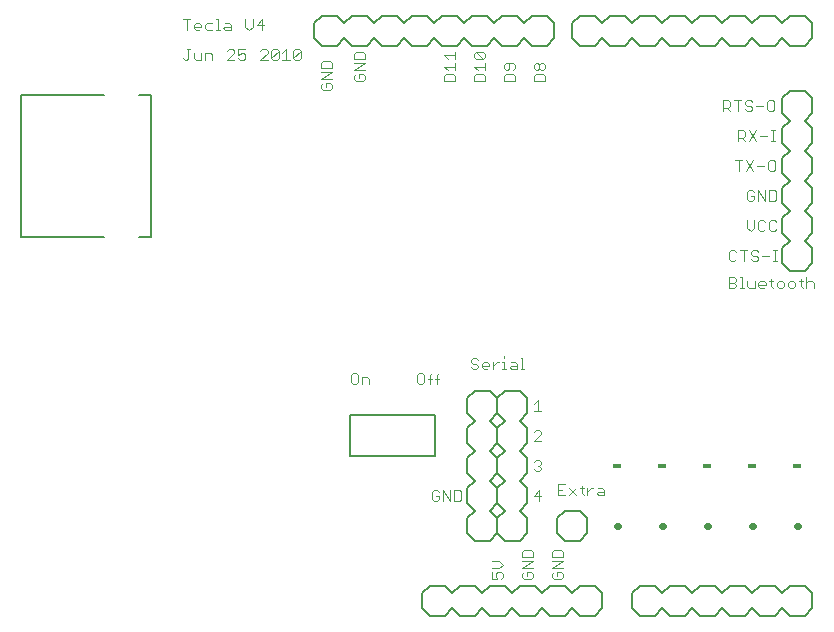
<source format=gto>
G75*
G70*
%OFA0B0*%
%FSLAX24Y24*%
%IPPOS*%
%LPD*%
%AMOC8*
5,1,8,0,0,1.08239X$1,22.5*
%
%ADD10C,0.0030*%
%ADD11C,0.0080*%
%ADD12C,0.0220*%
%ADD13R,0.0300X0.0180*%
D10*
X013814Y008966D02*
X013876Y008904D01*
X013999Y008904D01*
X014061Y008966D01*
X014061Y009213D01*
X013999Y009275D01*
X013876Y009275D01*
X013814Y009213D01*
X013814Y008966D01*
X014182Y008904D02*
X014182Y009151D01*
X014367Y009151D01*
X014429Y009089D01*
X014429Y008904D01*
X016014Y008966D02*
X016076Y008904D01*
X016199Y008904D01*
X016261Y008966D01*
X016261Y009213D01*
X016199Y009275D01*
X016076Y009275D01*
X016014Y009213D01*
X016014Y008966D01*
X016382Y009089D02*
X016506Y009089D01*
X016628Y009089D02*
X016751Y009089D01*
X016689Y009213D02*
X016689Y008904D01*
X016444Y008904D02*
X016444Y009213D01*
X016506Y009275D01*
X016689Y009213D02*
X016751Y009275D01*
X017814Y009466D02*
X017876Y009404D01*
X017999Y009404D01*
X018061Y009466D01*
X018061Y009528D01*
X017999Y009589D01*
X017876Y009589D01*
X017814Y009651D01*
X017814Y009713D01*
X017876Y009775D01*
X017999Y009775D01*
X018061Y009713D01*
X018182Y009589D02*
X018182Y009466D01*
X018244Y009404D01*
X018367Y009404D01*
X018429Y009528D02*
X018182Y009528D01*
X018182Y009589D02*
X018244Y009651D01*
X018367Y009651D01*
X018429Y009589D01*
X018429Y009528D01*
X018551Y009528D02*
X018674Y009651D01*
X018736Y009651D01*
X018857Y009651D02*
X018919Y009651D01*
X018919Y009404D01*
X018857Y009404D02*
X018981Y009404D01*
X019103Y009466D02*
X019165Y009528D01*
X019350Y009528D01*
X019350Y009589D02*
X019350Y009404D01*
X019165Y009404D01*
X019103Y009466D01*
X019165Y009651D02*
X019288Y009651D01*
X019350Y009589D01*
X019471Y009404D02*
X019595Y009404D01*
X019533Y009404D02*
X019533Y009775D01*
X019471Y009775D01*
X018919Y009775D02*
X018919Y009836D01*
X018551Y009651D02*
X018551Y009404D01*
X019914Y008251D02*
X020037Y008375D01*
X020037Y008004D01*
X019914Y008004D02*
X020161Y008004D01*
X020099Y007375D02*
X019976Y007375D01*
X019914Y007313D01*
X020099Y007375D02*
X020161Y007313D01*
X020161Y007251D01*
X019914Y007004D01*
X020161Y007004D01*
X020099Y006375D02*
X020161Y006313D01*
X020161Y006251D01*
X020099Y006189D01*
X020161Y006128D01*
X020161Y006066D01*
X020099Y006004D01*
X019976Y006004D01*
X019914Y006066D01*
X020037Y006189D02*
X020099Y006189D01*
X020099Y006375D02*
X019976Y006375D01*
X019914Y006313D01*
X020714Y005575D02*
X020714Y005204D01*
X020961Y005204D01*
X021082Y005204D02*
X021329Y005451D01*
X021451Y005451D02*
X021574Y005451D01*
X021512Y005513D02*
X021512Y005266D01*
X021574Y005204D01*
X021696Y005204D02*
X021696Y005451D01*
X021696Y005328D02*
X021819Y005451D01*
X021881Y005451D01*
X022065Y005451D02*
X022188Y005451D01*
X022250Y005389D01*
X022250Y005204D01*
X022065Y005204D01*
X022003Y005266D01*
X022065Y005328D01*
X022250Y005328D01*
X021329Y005204D02*
X021082Y005451D01*
X020961Y005575D02*
X020714Y005575D01*
X020714Y005389D02*
X020837Y005389D01*
X020161Y005189D02*
X019914Y005189D01*
X020099Y005375D01*
X020099Y005004D01*
X019822Y003388D02*
X019575Y003388D01*
X019514Y003326D01*
X019514Y003141D01*
X019884Y003141D01*
X019884Y003326D01*
X019822Y003388D01*
X019884Y003019D02*
X019514Y003019D01*
X019514Y002773D02*
X019884Y003019D01*
X019884Y002773D02*
X019514Y002773D01*
X019575Y002651D02*
X019514Y002589D01*
X019514Y002466D01*
X019575Y002404D01*
X019822Y002404D01*
X019884Y002466D01*
X019884Y002589D01*
X019822Y002651D01*
X019699Y002651D01*
X019699Y002528D01*
X020514Y002589D02*
X020514Y002466D01*
X020575Y002404D01*
X020822Y002404D01*
X020884Y002466D01*
X020884Y002589D01*
X020822Y002651D01*
X020699Y002651D01*
X020699Y002528D01*
X020575Y002651D02*
X020514Y002589D01*
X020514Y002773D02*
X020884Y003019D01*
X020514Y003019D01*
X020514Y003141D02*
X020514Y003326D01*
X020575Y003388D01*
X020822Y003388D01*
X020884Y003326D01*
X020884Y003141D01*
X020514Y003141D01*
X020514Y002773D02*
X020884Y002773D01*
X018884Y002896D02*
X018760Y002773D01*
X018514Y002773D01*
X018514Y002651D02*
X018514Y002404D01*
X018699Y002404D01*
X018637Y002528D01*
X018637Y002589D01*
X018699Y002651D01*
X018822Y002651D01*
X018884Y002589D01*
X018884Y002466D01*
X018822Y002404D01*
X018884Y002896D02*
X018760Y003019D01*
X018514Y003019D01*
X017436Y005004D02*
X017497Y005066D01*
X017497Y005313D01*
X017436Y005375D01*
X017251Y005375D01*
X017251Y005004D01*
X017436Y005004D01*
X017129Y005004D02*
X017129Y005375D01*
X016882Y005375D02*
X017129Y005004D01*
X016882Y005004D02*
X016882Y005375D01*
X016761Y005313D02*
X016699Y005375D01*
X016576Y005375D01*
X016514Y005313D01*
X016514Y005066D01*
X016576Y005004D01*
X016699Y005004D01*
X016761Y005066D01*
X016761Y005189D01*
X016637Y005189D01*
X026414Y012104D02*
X026414Y012475D01*
X026599Y012475D01*
X026661Y012413D01*
X026661Y012351D01*
X026599Y012289D01*
X026414Y012289D01*
X026414Y012104D02*
X026599Y012104D01*
X026661Y012166D01*
X026661Y012228D01*
X026599Y012289D01*
X026782Y012104D02*
X026906Y012104D01*
X026844Y012104D02*
X026844Y012475D01*
X026782Y012475D01*
X027028Y012351D02*
X027028Y012166D01*
X027089Y012104D01*
X027275Y012104D01*
X027275Y012351D01*
X027396Y012289D02*
X027458Y012351D01*
X027581Y012351D01*
X027643Y012289D01*
X027643Y012228D01*
X027396Y012228D01*
X027396Y012289D02*
X027396Y012166D01*
X027458Y012104D01*
X027581Y012104D01*
X027826Y012166D02*
X027888Y012104D01*
X027826Y012166D02*
X027826Y012413D01*
X027764Y012351D02*
X027888Y012351D01*
X028010Y012289D02*
X028010Y012166D01*
X028072Y012104D01*
X028195Y012104D01*
X028257Y012166D01*
X028257Y012289D01*
X028195Y012351D01*
X028072Y012351D01*
X028010Y012289D01*
X028378Y012289D02*
X028378Y012166D01*
X028440Y012104D01*
X028563Y012104D01*
X028625Y012166D01*
X028625Y012289D01*
X028563Y012351D01*
X028440Y012351D01*
X028378Y012289D01*
X028746Y012351D02*
X028870Y012351D01*
X028808Y012413D02*
X028808Y012166D01*
X028870Y012104D01*
X028992Y012104D02*
X028992Y012475D01*
X029054Y012351D02*
X028992Y012289D01*
X029054Y012351D02*
X029177Y012351D01*
X029239Y012289D01*
X029239Y012104D01*
X028011Y013004D02*
X027887Y013004D01*
X027949Y013004D02*
X027949Y013375D01*
X027887Y013375D02*
X028011Y013375D01*
X027766Y013189D02*
X027519Y013189D01*
X027397Y013128D02*
X027397Y013066D01*
X027336Y013004D01*
X027212Y013004D01*
X027151Y013066D01*
X027212Y013189D02*
X027336Y013189D01*
X027397Y013128D01*
X027397Y013313D02*
X027336Y013375D01*
X027212Y013375D01*
X027151Y013313D01*
X027151Y013251D01*
X027212Y013189D01*
X027029Y013375D02*
X026782Y013375D01*
X026906Y013375D02*
X026906Y013004D01*
X026661Y013066D02*
X026599Y013004D01*
X026476Y013004D01*
X026414Y013066D01*
X026414Y013313D01*
X026476Y013375D01*
X026599Y013375D01*
X026661Y013313D01*
X027137Y014004D02*
X027261Y014128D01*
X027261Y014375D01*
X027382Y014313D02*
X027382Y014066D01*
X027444Y014004D01*
X027567Y014004D01*
X027629Y014066D01*
X027751Y014066D02*
X027812Y014004D01*
X027936Y014004D01*
X027997Y014066D01*
X027751Y014066D02*
X027751Y014313D01*
X027812Y014375D01*
X027936Y014375D01*
X027997Y014313D01*
X027629Y014313D02*
X027567Y014375D01*
X027444Y014375D01*
X027382Y014313D01*
X027014Y014375D02*
X027014Y014128D01*
X027137Y014004D01*
X027076Y015004D02*
X027199Y015004D01*
X027261Y015066D01*
X027261Y015189D01*
X027137Y015189D01*
X027014Y015066D02*
X027076Y015004D01*
X027014Y015066D02*
X027014Y015313D01*
X027076Y015375D01*
X027199Y015375D01*
X027261Y015313D01*
X027382Y015375D02*
X027629Y015004D01*
X027629Y015375D01*
X027751Y015375D02*
X027936Y015375D01*
X027997Y015313D01*
X027997Y015066D01*
X027936Y015004D01*
X027751Y015004D01*
X027751Y015375D01*
X027382Y015375D02*
X027382Y015004D01*
X027229Y016004D02*
X026982Y016375D01*
X026861Y016375D02*
X026614Y016375D01*
X026737Y016375D02*
X026737Y016004D01*
X026982Y016004D02*
X027229Y016375D01*
X027351Y016189D02*
X027597Y016189D01*
X027719Y016066D02*
X027781Y016004D01*
X027904Y016004D01*
X027966Y016066D01*
X027966Y016313D01*
X027904Y016375D01*
X027781Y016375D01*
X027719Y016313D01*
X027719Y016066D01*
X027819Y017004D02*
X027942Y017004D01*
X027881Y017004D02*
X027881Y017375D01*
X027942Y017375D02*
X027819Y017375D01*
X027697Y017189D02*
X027451Y017189D01*
X027329Y017004D02*
X027082Y017375D01*
X026961Y017313D02*
X026961Y017189D01*
X026899Y017128D01*
X026714Y017128D01*
X026837Y017128D02*
X026961Y017004D01*
X027082Y017004D02*
X027329Y017375D01*
X026961Y017313D02*
X026899Y017375D01*
X026714Y017375D01*
X026714Y017004D01*
X026706Y018004D02*
X026706Y018375D01*
X026829Y018375D02*
X026582Y018375D01*
X026461Y018313D02*
X026461Y018189D01*
X026399Y018128D01*
X026214Y018128D01*
X026337Y018128D02*
X026461Y018004D01*
X026214Y018004D02*
X026214Y018375D01*
X026399Y018375D01*
X026461Y018313D01*
X026951Y018313D02*
X026951Y018251D01*
X027012Y018189D01*
X027136Y018189D01*
X027197Y018128D01*
X027197Y018066D01*
X027136Y018004D01*
X027012Y018004D01*
X026951Y018066D01*
X026951Y018313D02*
X027012Y018375D01*
X027136Y018375D01*
X027197Y018313D01*
X027319Y018189D02*
X027566Y018189D01*
X027687Y018066D02*
X027687Y018313D01*
X027749Y018375D01*
X027872Y018375D01*
X027934Y018313D01*
X027934Y018066D01*
X027872Y018004D01*
X027749Y018004D01*
X027687Y018066D01*
X020284Y019004D02*
X020284Y019189D01*
X020222Y019251D01*
X019975Y019251D01*
X019914Y019189D01*
X019914Y019004D01*
X020284Y019004D01*
X020222Y019373D02*
X020160Y019373D01*
X020099Y019434D01*
X020099Y019558D01*
X020160Y019619D01*
X020222Y019619D01*
X020284Y019558D01*
X020284Y019434D01*
X020222Y019373D01*
X020099Y019434D02*
X020037Y019373D01*
X019975Y019373D01*
X019914Y019434D01*
X019914Y019558D01*
X019975Y019619D01*
X020037Y019619D01*
X020099Y019558D01*
X019284Y019558D02*
X019284Y019434D01*
X019222Y019373D01*
X019222Y019251D02*
X018975Y019251D01*
X018914Y019189D01*
X018914Y019004D01*
X019284Y019004D01*
X019284Y019189D01*
X019222Y019251D01*
X019099Y019434D02*
X019037Y019373D01*
X018975Y019373D01*
X018914Y019434D01*
X018914Y019558D01*
X018975Y019619D01*
X019222Y019619D01*
X019284Y019558D01*
X019099Y019619D02*
X019099Y019434D01*
X018284Y019373D02*
X018284Y019619D01*
X018284Y019496D02*
X017914Y019496D01*
X018037Y019373D01*
X017975Y019251D02*
X017914Y019189D01*
X017914Y019004D01*
X018284Y019004D01*
X018284Y019189D01*
X018222Y019251D01*
X017975Y019251D01*
X017975Y019741D02*
X017914Y019803D01*
X017914Y019926D01*
X017975Y019988D01*
X018222Y019741D01*
X018284Y019803D01*
X018284Y019926D01*
X018222Y019988D01*
X017975Y019988D01*
X017975Y019741D02*
X018222Y019741D01*
X017284Y019741D02*
X017284Y019988D01*
X017284Y019864D02*
X016914Y019864D01*
X017037Y019741D01*
X016914Y019496D02*
X017284Y019496D01*
X017284Y019373D02*
X017284Y019619D01*
X017037Y019373D02*
X016914Y019496D01*
X016975Y019251D02*
X016914Y019189D01*
X016914Y019004D01*
X017284Y019004D01*
X017284Y019189D01*
X017222Y019251D01*
X016975Y019251D01*
X014284Y019189D02*
X014284Y019066D01*
X014222Y019004D01*
X013975Y019004D01*
X013914Y019066D01*
X013914Y019189D01*
X013975Y019251D01*
X014099Y019251D02*
X014099Y019128D01*
X014099Y019251D02*
X014222Y019251D01*
X014284Y019189D01*
X014284Y019373D02*
X013914Y019373D01*
X014284Y019619D01*
X013914Y019619D01*
X013914Y019741D02*
X013914Y019926D01*
X013975Y019988D01*
X014222Y019988D01*
X014284Y019926D01*
X014284Y019741D01*
X013914Y019741D01*
X013184Y019626D02*
X013184Y019441D01*
X012814Y019441D01*
X012814Y019626D01*
X012875Y019688D01*
X013122Y019688D01*
X013184Y019626D01*
X013184Y019319D02*
X012814Y019319D01*
X012814Y019073D02*
X013184Y019319D01*
X013184Y019073D02*
X012814Y019073D01*
X012875Y018951D02*
X012814Y018889D01*
X012814Y018766D01*
X012875Y018704D01*
X013122Y018704D01*
X013184Y018766D01*
X013184Y018889D01*
X013122Y018951D01*
X012999Y018951D01*
X012999Y018828D01*
X012082Y019704D02*
X011959Y019704D01*
X011897Y019766D01*
X012144Y020013D01*
X012144Y019766D01*
X012082Y019704D01*
X011897Y019766D02*
X011897Y020013D01*
X011959Y020075D01*
X012082Y020075D01*
X012144Y020013D01*
X011776Y019704D02*
X011529Y019704D01*
X011652Y019704D02*
X011652Y020075D01*
X011529Y019951D01*
X011407Y020013D02*
X011160Y019766D01*
X011222Y019704D01*
X011346Y019704D01*
X011407Y019766D01*
X011407Y020013D01*
X011346Y020075D01*
X011222Y020075D01*
X011160Y020013D01*
X011160Y019766D01*
X011039Y019704D02*
X010792Y019704D01*
X011039Y019951D01*
X011039Y020013D01*
X010977Y020075D01*
X010854Y020075D01*
X010792Y020013D01*
X010302Y020075D02*
X010055Y020075D01*
X010055Y019889D01*
X010179Y019951D01*
X010241Y019951D01*
X010302Y019889D01*
X010302Y019766D01*
X010241Y019704D01*
X010117Y019704D01*
X010055Y019766D01*
X009934Y019704D02*
X009687Y019704D01*
X009934Y019951D01*
X009934Y020013D01*
X009872Y020075D01*
X009749Y020075D01*
X009687Y020013D01*
X009197Y019889D02*
X009197Y019704D01*
X009197Y019889D02*
X009136Y019951D01*
X008951Y019951D01*
X008951Y019704D01*
X008829Y019704D02*
X008829Y019951D01*
X008829Y019704D02*
X008644Y019704D01*
X008582Y019766D01*
X008582Y019951D01*
X008461Y020075D02*
X008337Y020075D01*
X008399Y020075D02*
X008399Y019766D01*
X008337Y019704D01*
X008276Y019704D01*
X008214Y019766D01*
X008337Y020704D02*
X008337Y021075D01*
X008214Y021075D02*
X008461Y021075D01*
X008644Y020951D02*
X008767Y020951D01*
X008829Y020889D01*
X008829Y020828D01*
X008582Y020828D01*
X008582Y020889D02*
X008582Y020766D01*
X008644Y020704D01*
X008767Y020704D01*
X008951Y020766D02*
X008951Y020889D01*
X009012Y020951D01*
X009197Y020951D01*
X009319Y021075D02*
X009381Y021075D01*
X009381Y020704D01*
X009442Y020704D02*
X009319Y020704D01*
X009197Y020704D02*
X009012Y020704D01*
X008951Y020766D01*
X008644Y020951D02*
X008582Y020889D01*
X009564Y020766D02*
X009626Y020828D01*
X009811Y020828D01*
X009811Y020889D02*
X009811Y020704D01*
X009626Y020704D01*
X009564Y020766D01*
X009626Y020951D02*
X009749Y020951D01*
X009811Y020889D01*
X010301Y020828D02*
X010424Y020704D01*
X010548Y020828D01*
X010548Y021075D01*
X010669Y020889D02*
X010916Y020889D01*
X010854Y020704D02*
X010854Y021075D01*
X010669Y020889D01*
X010301Y020828D02*
X010301Y021075D01*
D11*
X013782Y006500D02*
X016616Y006500D01*
X016616Y007878D01*
X013782Y007878D01*
X013782Y006500D01*
X017699Y006439D02*
X017699Y005939D01*
X017949Y005689D01*
X017699Y005439D01*
X017699Y004939D01*
X017949Y004689D01*
X017699Y004439D01*
X017699Y003939D01*
X017949Y003689D01*
X018449Y003689D01*
X018699Y003939D01*
X018699Y004439D01*
X018449Y004689D01*
X018699Y004939D01*
X018699Y005439D01*
X018449Y005689D01*
X018699Y005939D01*
X018699Y006439D01*
X018449Y006689D01*
X018699Y006939D01*
X018699Y007439D01*
X018449Y007689D01*
X018699Y007939D01*
X018699Y008439D01*
X018449Y008689D01*
X017949Y008689D01*
X017699Y008439D01*
X017699Y007939D01*
X017949Y007689D01*
X017699Y007439D01*
X017699Y006939D01*
X017949Y006689D01*
X017699Y006439D01*
X018699Y006439D02*
X018699Y005939D01*
X018949Y005689D01*
X018699Y005439D01*
X018699Y004939D01*
X018949Y004689D01*
X018699Y004439D01*
X018699Y003939D01*
X018949Y003689D01*
X019449Y003689D01*
X019699Y003939D01*
X019699Y004439D01*
X019449Y004689D01*
X019699Y004939D01*
X019699Y005439D01*
X019449Y005689D01*
X019699Y005939D01*
X019699Y006439D01*
X019449Y006689D01*
X019699Y006939D01*
X019699Y007439D01*
X019449Y007689D01*
X019699Y007939D01*
X019699Y008439D01*
X019449Y008689D01*
X018949Y008689D01*
X018699Y008439D01*
X018699Y007939D01*
X018949Y007689D01*
X018699Y007439D01*
X018699Y006939D01*
X018949Y006689D01*
X018699Y006439D01*
X020699Y004439D02*
X020949Y004689D01*
X021449Y004689D01*
X021699Y004439D01*
X021699Y003939D01*
X021449Y003689D01*
X020949Y003689D01*
X020699Y003939D01*
X020699Y004439D01*
X020449Y002189D02*
X020949Y002189D01*
X021199Y001939D01*
X021449Y002189D01*
X021949Y002189D01*
X022199Y001939D01*
X022199Y001439D01*
X021949Y001189D01*
X021449Y001189D01*
X021199Y001439D01*
X020949Y001189D01*
X020449Y001189D01*
X020199Y001439D01*
X019949Y001189D01*
X019449Y001189D01*
X019199Y001439D01*
X018949Y001189D01*
X018449Y001189D01*
X018199Y001439D01*
X017949Y001189D01*
X017449Y001189D01*
X017199Y001439D01*
X016949Y001189D01*
X016449Y001189D01*
X016199Y001439D01*
X016199Y001939D01*
X016449Y002189D01*
X016949Y002189D01*
X017199Y001939D01*
X017449Y002189D01*
X017949Y002189D01*
X018199Y001939D01*
X018449Y002189D01*
X018949Y002189D01*
X019199Y001939D01*
X019449Y002189D01*
X019949Y002189D01*
X020199Y001939D01*
X020449Y002189D01*
X023199Y001939D02*
X023199Y001439D01*
X023449Y001189D01*
X023949Y001189D01*
X024199Y001439D01*
X024449Y001189D01*
X024949Y001189D01*
X025199Y001439D01*
X025449Y001189D01*
X025949Y001189D01*
X026199Y001439D01*
X026449Y001189D01*
X026949Y001189D01*
X027199Y001439D01*
X027449Y001189D01*
X027949Y001189D01*
X028199Y001439D01*
X028449Y001189D01*
X028949Y001189D01*
X029199Y001439D01*
X029199Y001939D01*
X028949Y002189D01*
X028449Y002189D01*
X028199Y001939D01*
X027949Y002189D01*
X027449Y002189D01*
X027199Y001939D01*
X026949Y002189D01*
X026449Y002189D01*
X026199Y001939D01*
X025949Y002189D01*
X025449Y002189D01*
X025199Y001939D01*
X024949Y002189D01*
X024449Y002189D01*
X024199Y001939D01*
X023949Y002189D01*
X023449Y002189D01*
X023199Y001939D01*
X028449Y012689D02*
X028199Y012939D01*
X028199Y013439D01*
X028449Y013689D01*
X028199Y013939D01*
X028199Y014439D01*
X028449Y014689D01*
X028199Y014939D01*
X028199Y015439D01*
X028449Y015689D01*
X028199Y015939D01*
X028199Y016439D01*
X028449Y016689D01*
X028199Y016939D01*
X028199Y017439D01*
X028449Y017689D01*
X028199Y017939D01*
X028199Y018439D01*
X028449Y018689D01*
X028949Y018689D01*
X029199Y018439D01*
X029199Y017939D01*
X028949Y017689D01*
X029199Y017439D01*
X029199Y016939D01*
X028949Y016689D01*
X029199Y016439D01*
X029199Y015939D01*
X028949Y015689D01*
X029199Y015439D01*
X029199Y014939D01*
X028949Y014689D01*
X029199Y014439D01*
X029199Y013939D01*
X028949Y013689D01*
X029199Y013439D01*
X029199Y012939D01*
X028949Y012689D01*
X028449Y012689D01*
X028449Y020189D02*
X028949Y020189D01*
X029199Y020439D01*
X029199Y020939D01*
X028949Y021189D01*
X028449Y021189D01*
X028199Y020939D01*
X027949Y021189D01*
X027449Y021189D01*
X027199Y020939D01*
X026949Y021189D01*
X026449Y021189D01*
X026199Y020939D01*
X025949Y021189D01*
X025449Y021189D01*
X025199Y020939D01*
X024949Y021189D01*
X024449Y021189D01*
X024199Y020939D01*
X023949Y021189D01*
X023449Y021189D01*
X023199Y020939D01*
X022949Y021189D01*
X022449Y021189D01*
X022199Y020939D01*
X021949Y021189D01*
X021449Y021189D01*
X021199Y020939D01*
X021199Y020439D01*
X021449Y020189D01*
X021949Y020189D01*
X022199Y020439D01*
X022449Y020189D01*
X022949Y020189D01*
X023199Y020439D01*
X023449Y020189D01*
X023949Y020189D01*
X024199Y020439D01*
X024449Y020189D01*
X024949Y020189D01*
X025199Y020439D01*
X025449Y020189D01*
X025949Y020189D01*
X026199Y020439D01*
X026449Y020189D01*
X026949Y020189D01*
X027199Y020439D01*
X027449Y020189D01*
X027949Y020189D01*
X028199Y020439D01*
X028449Y020189D01*
X020599Y020439D02*
X020349Y020189D01*
X019849Y020189D01*
X019599Y020439D01*
X019349Y020189D01*
X018849Y020189D01*
X018599Y020439D01*
X018349Y020189D01*
X017849Y020189D01*
X017599Y020439D01*
X017349Y020189D01*
X016849Y020189D01*
X016599Y020439D01*
X016349Y020189D01*
X015849Y020189D01*
X015599Y020439D01*
X015349Y020189D01*
X014849Y020189D01*
X014599Y020439D01*
X014349Y020189D01*
X013849Y020189D01*
X013599Y020439D01*
X013349Y020189D01*
X012849Y020189D01*
X012599Y020439D01*
X012599Y020939D01*
X012849Y021189D01*
X013349Y021189D01*
X013599Y020939D01*
X013849Y021189D01*
X014349Y021189D01*
X014599Y020939D01*
X014849Y021189D01*
X015349Y021189D01*
X015599Y020939D01*
X015849Y021189D01*
X016349Y021189D01*
X016599Y020939D01*
X016849Y021189D01*
X017349Y021189D01*
X017599Y020939D01*
X017849Y021189D01*
X018349Y021189D01*
X018599Y020939D01*
X018849Y021189D01*
X019349Y021189D01*
X019599Y020939D01*
X019849Y021189D01*
X020349Y021189D01*
X020599Y020939D01*
X020599Y020439D01*
X007152Y018551D02*
X007152Y013827D01*
X006758Y013827D01*
X005577Y013827D02*
X002821Y013827D01*
X002821Y018551D01*
X005577Y018551D01*
X006758Y018551D02*
X007152Y018551D01*
D12*
X022687Y004189D02*
X022711Y004189D01*
X024187Y004189D02*
X024211Y004189D01*
X025687Y004189D02*
X025711Y004189D01*
X027187Y004189D02*
X027211Y004189D01*
X028687Y004189D02*
X028711Y004189D01*
D13*
X028699Y006189D03*
X027199Y006189D03*
X025699Y006189D03*
X024199Y006189D03*
X022699Y006189D03*
M02*

</source>
